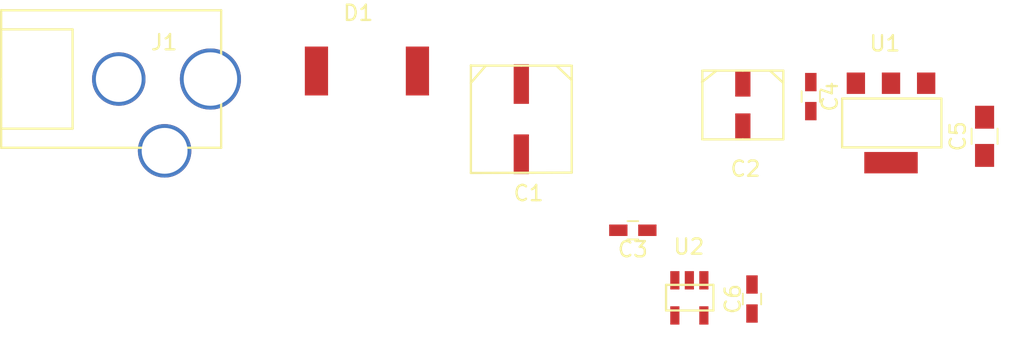
<source format=kicad_pcb>
(kicad_pcb (version 4) (host pcbnew 4.0.6)

  (general
    (links 20)
    (no_connects 20)
    (area 0 0 0 0)
    (thickness 1.6)
    (drawings 0)
    (tracks 0)
    (zones 0)
    (modules 10)
    (nets 6)
  )

  (page A4)
  (layers
    (0 F.Cu signal)
    (31 B.Cu signal)
    (32 B.Adhes user)
    (33 F.Adhes user)
    (34 B.Paste user)
    (35 F.Paste user)
    (36 B.SilkS user)
    (37 F.SilkS user)
    (38 B.Mask user)
    (39 F.Mask user)
    (40 Dwgs.User user)
    (41 Cmts.User user)
    (42 Eco1.User user)
    (43 Eco2.User user)
    (44 Edge.Cuts user)
    (45 Margin user)
    (46 B.CrtYd user)
    (47 F.CrtYd user)
    (48 B.Fab user)
    (49 F.Fab user)
  )

  (setup
    (last_trace_width 0.25)
    (trace_clearance 0.2)
    (zone_clearance 0.508)
    (zone_45_only no)
    (trace_min 0.2)
    (segment_width 0.2)
    (edge_width 0.15)
    (via_size 0.6)
    (via_drill 0.4)
    (via_min_size 0.4)
    (via_min_drill 0.3)
    (uvia_size 0.3)
    (uvia_drill 0.1)
    (uvias_allowed no)
    (uvia_min_size 0.2)
    (uvia_min_drill 0.1)
    (pcb_text_width 0.3)
    (pcb_text_size 1.5 1.5)
    (mod_edge_width 0.15)
    (mod_text_size 1 1)
    (mod_text_width 0.15)
    (pad_size 1.524 1.524)
    (pad_drill 0.762)
    (pad_to_mask_clearance 0.2)
    (aux_axis_origin 0 0)
    (visible_elements 7FFFFFFF)
    (pcbplotparams
      (layerselection 0x00030_80000001)
      (usegerberextensions false)
      (excludeedgelayer true)
      (linewidth 0.100000)
      (plotframeref false)
      (viasonmask false)
      (mode 1)
      (useauxorigin false)
      (hpglpennumber 1)
      (hpglpenspeed 20)
      (hpglpendiameter 15)
      (hpglpenoverlay 2)
      (psnegative false)
      (psa4output false)
      (plotreference true)
      (plotvalue true)
      (plotinvisibletext false)
      (padsonsilk false)
      (subtractmaskfromsilk false)
      (outputformat 1)
      (mirror false)
      (drillshape 1)
      (scaleselection 1)
      (outputdirectory ""))
  )

  (net 0 "")
  (net 1 GND)
  (net 2 +3V3)
  (net 3 /VDC_IN)
  (net 4 +5V)
  (net 5 "Net-(D1-Pad1)")

  (net_class Default "This is the default net class."
    (clearance 0.2)
    (trace_width 0.25)
    (via_dia 0.6)
    (via_drill 0.4)
    (uvia_dia 0.3)
    (uvia_drill 0.1)
    (add_net +3V3)
    (add_net +5V)
    (add_net /VDC_IN)
    (add_net GND)
    (add_net "Net-(D1-Pad1)")
  )

  (module MyLibraries:IFX1117ME_V33 (layer F.Cu) (tedit 59135E38) (tstamp 59135F69)
    (at 162.325 99.075 180)
    (path /59135F80)
    (fp_text reference U1 (at 0.4 2.6 180) (layer F.SilkS)
      (effects (font (size 1 1) (thickness 0.15)))
    )
    (fp_text value IFX1117ME_V33 (at 0.4 -8 180) (layer F.Fab)
      (effects (font (size 1 1) (thickness 0.15)))
    )
    (fp_line (start -3.3 -1) (end 3.2 -1) (layer F.SilkS) (width 0.15))
    (fp_line (start 3.2 -1) (end 3.2 -4.2) (layer F.SilkS) (width 0.15))
    (fp_line (start -3.3 -1) (end -3.3 -4.2) (layer F.SilkS) (width 0.15))
    (fp_line (start -3.3 -4.2) (end 3.2 -4.2) (layer F.SilkS) (width 0.15))
    (pad 1 smd rect (at -2.3 0 180) (size 1.2 1.4) (layers F.Cu F.Paste F.Mask)
      (net 1 GND))
    (pad 2 smd rect (at 0 0 180) (size 1.2 1.4) (layers F.Cu F.Paste F.Mask)
      (net 2 +3V3))
    (pad 3 smd rect (at 2.3 0 180) (size 1.2 1.4) (layers F.Cu F.Paste F.Mask)
      (net 3 /VDC_IN))
    (pad 4 smd rect (at 0 -5.2 180) (size 3.5 1.4) (layers F.Cu F.Paste F.Mask)
      (net 2 +3V3))
  )

  (module MyLibraries:UWT1E470MCL6GS (layer F.Cu) (tedit 59143717) (tstamp 59144F15)
    (at 138.125 99.125)
    (path /591435A8)
    (fp_text reference C1 (at 0.475 7.15) (layer F.SilkS)
      (effects (font (size 1 1) (thickness 0.15)))
    )
    (fp_text value 47u (at 0.05 -2.6) (layer F.Fab)
      (effects (font (size 1 1) (thickness 0.15)))
    )
    (fp_line (start -2.325 -1.2) (end -3.3 -0.075) (layer F.SilkS) (width 0.15))
    (fp_line (start 2.3 -1.2) (end 3.3 -0.25) (layer F.SilkS) (width 0.15))
    (fp_line (start 0 -1.2) (end -3.3 -1.2) (layer F.SilkS) (width 0.15))
    (fp_line (start 0 -1.2) (end 3.3 -1.2) (layer F.SilkS) (width 0.15))
    (fp_line (start 3.3 -1.2) (end 3.3 5.8) (layer F.SilkS) (width 0.15))
    (fp_line (start 3.3 5.8) (end -3.3 5.825) (layer F.SilkS) (width 0.15))
    (fp_line (start -3.3 5.825) (end -3.3 -1.225) (layer F.SilkS) (width 0.15))
    (pad 1 smd rect (at 0 0) (size 1 2.6) (layers F.Cu F.Paste F.Mask)
      (net 3 /VDC_IN))
    (pad 2 smd rect (at 0 4.6) (size 1 2.6) (layers F.Cu F.Paste F.Mask)
      (net 1 GND))
  )

  (module MyLibraries:UWX1E100MCL1GB (layer F.Cu) (tedit 59144B24) (tstamp 59144F23)
    (at 152.625 99.1)
    (path /59131DB6)
    (fp_text reference C2 (at 0.175 5.575) (layer F.SilkS)
      (effects (font (size 1 1) (thickness 0.15)))
    )
    (fp_text value 10u (at 0 -2.375) (layer F.Fab)
      (effects (font (size 1 1) (thickness 0.15)))
    )
    (fp_line (start -2.675 -0.1) (end -1.725 -0.85) (layer F.SilkS) (width 0.15))
    (fp_line (start 1.775 -0.85) (end 2.65 -0.05) (layer F.SilkS) (width 0.15))
    (fp_line (start 0 3.65) (end 2.65 3.65) (layer F.SilkS) (width 0.15))
    (fp_line (start 2.65 3.65) (end 2.65 -0.85) (layer F.SilkS) (width 0.15))
    (fp_line (start 0 -0.85) (end 2.65 -0.85) (layer F.SilkS) (width 0.15))
    (fp_line (start 0 3.65) (end -2.65 3.65) (layer F.SilkS) (width 0.15))
    (fp_line (start -2.65 3.65) (end -2.65 -0.85) (layer F.SilkS) (width 0.15))
    (fp_line (start 0 -0.85) (end -2.65 -0.85) (layer F.SilkS) (width 0.15))
    (pad 1 smd rect (at 0 0) (size 1 1.7) (layers F.Cu F.Paste F.Mask)
      (net 3 /VDC_IN))
    (pad 2 smd rect (at 0 2.8) (size 1 1.7) (layers F.Cu F.Paste F.Mask)
      (net 1 GND))
  )

  (module Capacitors_SMD:C_0603_HandSoldering (layer F.Cu) (tedit 58AA848B) (tstamp 59144F29)
    (at 145.425 108.7 180)
    (descr "Capacitor SMD 0603, hand soldering")
    (tags "capacitor 0603")
    (path /59132A11)
    (attr smd)
    (fp_text reference C3 (at 0 -1.25 180) (layer F.SilkS)
      (effects (font (size 1 1) (thickness 0.15)))
    )
    (fp_text value 1u (at 0 1.5 180) (layer F.Fab)
      (effects (font (size 1 1) (thickness 0.15)))
    )
    (fp_text user %R (at 0 -1.25 180) (layer F.Fab)
      (effects (font (size 1 1) (thickness 0.15)))
    )
    (fp_line (start -0.8 0.4) (end -0.8 -0.4) (layer F.Fab) (width 0.1))
    (fp_line (start 0.8 0.4) (end -0.8 0.4) (layer F.Fab) (width 0.1))
    (fp_line (start 0.8 -0.4) (end 0.8 0.4) (layer F.Fab) (width 0.1))
    (fp_line (start -0.8 -0.4) (end 0.8 -0.4) (layer F.Fab) (width 0.1))
    (fp_line (start -0.35 -0.6) (end 0.35 -0.6) (layer F.SilkS) (width 0.12))
    (fp_line (start 0.35 0.6) (end -0.35 0.6) (layer F.SilkS) (width 0.12))
    (fp_line (start -1.8 -0.65) (end 1.8 -0.65) (layer F.CrtYd) (width 0.05))
    (fp_line (start -1.8 -0.65) (end -1.8 0.65) (layer F.CrtYd) (width 0.05))
    (fp_line (start 1.8 0.65) (end 1.8 -0.65) (layer F.CrtYd) (width 0.05))
    (fp_line (start 1.8 0.65) (end -1.8 0.65) (layer F.CrtYd) (width 0.05))
    (pad 1 smd rect (at -0.95 0 180) (size 1.2 0.75) (layers F.Cu F.Paste F.Mask)
      (net 3 /VDC_IN))
    (pad 2 smd rect (at 0.95 0 180) (size 1.2 0.75) (layers F.Cu F.Paste F.Mask)
      (net 1 GND))
    (model Capacitors_SMD.3dshapes/C_0603.wrl
      (at (xyz 0 0 0))
      (scale (xyz 1 1 1))
      (rotate (xyz 0 0 0))
    )
  )

  (module Capacitors_SMD:C_0603_HandSoldering (layer F.Cu) (tedit 58AA848B) (tstamp 59144F2F)
    (at 157.075 99.95 270)
    (descr "Capacitor SMD 0603, hand soldering")
    (tags "capacitor 0603")
    (path /59130966)
    (attr smd)
    (fp_text reference C4 (at 0 -1.25 270) (layer F.SilkS)
      (effects (font (size 1 1) (thickness 0.15)))
    )
    (fp_text value 100n (at 0 1.5 270) (layer F.Fab)
      (effects (font (size 1 1) (thickness 0.15)))
    )
    (fp_text user %R (at 0 -1.25 270) (layer F.Fab)
      (effects (font (size 1 1) (thickness 0.15)))
    )
    (fp_line (start -0.8 0.4) (end -0.8 -0.4) (layer F.Fab) (width 0.1))
    (fp_line (start 0.8 0.4) (end -0.8 0.4) (layer F.Fab) (width 0.1))
    (fp_line (start 0.8 -0.4) (end 0.8 0.4) (layer F.Fab) (width 0.1))
    (fp_line (start -0.8 -0.4) (end 0.8 -0.4) (layer F.Fab) (width 0.1))
    (fp_line (start -0.35 -0.6) (end 0.35 -0.6) (layer F.SilkS) (width 0.12))
    (fp_line (start 0.35 0.6) (end -0.35 0.6) (layer F.SilkS) (width 0.12))
    (fp_line (start -1.8 -0.65) (end 1.8 -0.65) (layer F.CrtYd) (width 0.05))
    (fp_line (start -1.8 -0.65) (end -1.8 0.65) (layer F.CrtYd) (width 0.05))
    (fp_line (start 1.8 0.65) (end 1.8 -0.65) (layer F.CrtYd) (width 0.05))
    (fp_line (start 1.8 0.65) (end -1.8 0.65) (layer F.CrtYd) (width 0.05))
    (pad 1 smd rect (at -0.95 0 270) (size 1.2 0.75) (layers F.Cu F.Paste F.Mask)
      (net 3 /VDC_IN))
    (pad 2 smd rect (at 0.95 0 270) (size 1.2 0.75) (layers F.Cu F.Paste F.Mask)
      (net 1 GND))
    (model Capacitors_SMD.3dshapes/C_0603.wrl
      (at (xyz 0 0 0))
      (scale (xyz 1 1 1))
      (rotate (xyz 0 0 0))
    )
  )

  (module Capacitors_SMD:C_0805_HandSoldering (layer F.Cu) (tedit 58AA84A8) (tstamp 59144F35)
    (at 168.45 102.55 90)
    (descr "Capacitor SMD 0805, hand soldering")
    (tags "capacitor 0805")
    (path /591333B2)
    (attr smd)
    (fp_text reference C5 (at 0 -1.75 90) (layer F.SilkS)
      (effects (font (size 1 1) (thickness 0.15)))
    )
    (fp_text value 22u (at 0 1.75 90) (layer F.Fab)
      (effects (font (size 1 1) (thickness 0.15)))
    )
    (fp_text user %R (at 0 -1.75 90) (layer F.Fab)
      (effects (font (size 1 1) (thickness 0.15)))
    )
    (fp_line (start -1 0.62) (end -1 -0.62) (layer F.Fab) (width 0.1))
    (fp_line (start 1 0.62) (end -1 0.62) (layer F.Fab) (width 0.1))
    (fp_line (start 1 -0.62) (end 1 0.62) (layer F.Fab) (width 0.1))
    (fp_line (start -1 -0.62) (end 1 -0.62) (layer F.Fab) (width 0.1))
    (fp_line (start 0.5 -0.85) (end -0.5 -0.85) (layer F.SilkS) (width 0.12))
    (fp_line (start -0.5 0.85) (end 0.5 0.85) (layer F.SilkS) (width 0.12))
    (fp_line (start -2.25 -0.88) (end 2.25 -0.88) (layer F.CrtYd) (width 0.05))
    (fp_line (start -2.25 -0.88) (end -2.25 0.87) (layer F.CrtYd) (width 0.05))
    (fp_line (start 2.25 0.87) (end 2.25 -0.88) (layer F.CrtYd) (width 0.05))
    (fp_line (start 2.25 0.87) (end -2.25 0.87) (layer F.CrtYd) (width 0.05))
    (pad 1 smd rect (at -1.25 0 90) (size 1.5 1.25) (layers F.Cu F.Paste F.Mask)
      (net 2 +3V3))
    (pad 2 smd rect (at 1.25 0 90) (size 1.5 1.25) (layers F.Cu F.Paste F.Mask)
      (net 1 GND))
    (model Capacitors_SMD.3dshapes/C_0805.wrl
      (at (xyz 0 0 0))
      (scale (xyz 1 1 1))
      (rotate (xyz 0 0 0))
    )
  )

  (module Capacitors_SMD:C_0603_HandSoldering (layer F.Cu) (tedit 58AA848B) (tstamp 59144F3B)
    (at 153.225 113.2 90)
    (descr "Capacitor SMD 0603, hand soldering")
    (tags "capacitor 0603")
    (path /591328BE)
    (attr smd)
    (fp_text reference C6 (at 0 -1.25 90) (layer F.SilkS)
      (effects (font (size 1 1) (thickness 0.15)))
    )
    (fp_text value 2.2u (at 0 1.5 90) (layer F.Fab)
      (effects (font (size 1 1) (thickness 0.15)))
    )
    (fp_text user %R (at 0 -1.25 90) (layer F.Fab)
      (effects (font (size 1 1) (thickness 0.15)))
    )
    (fp_line (start -0.8 0.4) (end -0.8 -0.4) (layer F.Fab) (width 0.1))
    (fp_line (start 0.8 0.4) (end -0.8 0.4) (layer F.Fab) (width 0.1))
    (fp_line (start 0.8 -0.4) (end 0.8 0.4) (layer F.Fab) (width 0.1))
    (fp_line (start -0.8 -0.4) (end 0.8 -0.4) (layer F.Fab) (width 0.1))
    (fp_line (start -0.35 -0.6) (end 0.35 -0.6) (layer F.SilkS) (width 0.12))
    (fp_line (start 0.35 0.6) (end -0.35 0.6) (layer F.SilkS) (width 0.12))
    (fp_line (start -1.8 -0.65) (end 1.8 -0.65) (layer F.CrtYd) (width 0.05))
    (fp_line (start -1.8 -0.65) (end -1.8 0.65) (layer F.CrtYd) (width 0.05))
    (fp_line (start 1.8 0.65) (end 1.8 -0.65) (layer F.CrtYd) (width 0.05))
    (fp_line (start 1.8 0.65) (end -1.8 0.65) (layer F.CrtYd) (width 0.05))
    (pad 1 smd rect (at -0.95 0 90) (size 1.2 0.75) (layers F.Cu F.Paste F.Mask)
      (net 4 +5V))
    (pad 2 smd rect (at 0.95 0 90) (size 1.2 0.75) (layers F.Cu F.Paste F.Mask)
      (net 1 GND))
    (model Capacitors_SMD.3dshapes/C_0603.wrl
      (at (xyz 0 0 0))
      (scale (xyz 1 1 1))
      (rotate (xyz 0 0 0))
    )
  )

  (module MyLibraries:CS3M (layer F.Cu) (tedit 591417E1) (tstamp 59144F41)
    (at 131.325 98.275 180)
    (path /591418FD)
    (fp_text reference D1 (at 3.875 3.8 180) (layer F.SilkS)
      (effects (font (size 1 1) (thickness 0.15)))
    )
    (fp_text value CS3M (at 3.75 -3.625 180) (layer F.Fab)
      (effects (font (size 1 1) (thickness 0.15)))
    )
    (pad 2 smd rect (at 0 0 180) (size 1.52 3.2) (layers F.Cu F.Paste F.Mask)
      (net 3 /VDC_IN))
    (pad 1 smd rect (at 6.61 0 180) (size 1.52 3.2) (layers F.Cu F.Paste F.Mask)
      (net 5 "Net-(D1-Pad1)"))
  )

  (module MyLibraries:PJ-002B (layer F.Cu) (tedit 5914163D) (tstamp 59144F50)
    (at 114.775 98.8 180)
    (path /5912CACA)
    (fp_text reference J1 (at 0.025 2.4 180) (layer F.SilkS)
      (effects (font (size 1 1) (thickness 0.15)))
    )
    (fp_text value BARREL_JACK (at 0 -2.8 180) (layer F.Fab)
      (effects (font (size 1 1) (thickness 0.15)))
    )
    (fp_line (start 10.675 -3.25) (end 6.025 -3.25) (layer F.SilkS) (width 0.15))
    (fp_line (start 6.025 -3.25) (end 6.025 3.25) (layer F.SilkS) (width 0.15))
    (fp_line (start 6.025 3.25) (end 10.7 3.25) (layer F.SilkS) (width 0.15))
    (fp_line (start 10.7 0) (end 10.7 -4.5) (layer F.SilkS) (width 0.15))
    (fp_line (start 10.7 -4.5) (end -3.7 -4.5) (layer F.SilkS) (width 0.15))
    (fp_line (start -3.7 -4.5) (end -3.7 4.5) (layer F.SilkS) (width 0.15))
    (fp_line (start -3.7 4.5) (end 10.7 4.5) (layer F.SilkS) (width 0.15))
    (fp_line (start 10.7 4.5) (end 10.7 0) (layer F.SilkS) (width 0.15))
    (pad 1 thru_hole circle (at -3 0 180) (size 4 4) (drill 3.5) (layers *.Cu *.Mask)
      (net 5 "Net-(D1-Pad1)"))
    (pad 2 thru_hole circle (at 3 0 180) (size 3.5 3.5) (drill 3) (layers *.Cu *.Mask)
      (net 1 GND))
    (pad 3 thru_hole circle (at 0 -4.7 180) (size 3.5 3.5) (drill 3) (layers *.Cu *.Mask)
      (net 1 GND))
  )

  (module MyLibraries:LD2980ABM50TR (layer F.Cu) (tedit 591410C9) (tstamp 59144F5D)
    (at 149.125 111.975 180)
    (path /59135FEA)
    (fp_text reference U2 (at 0.025 2.2 180) (layer F.SilkS)
      (effects (font (size 1 1) (thickness 0.15)))
    )
    (fp_text value LD2980ABM50TR (at 0.05 -3.925 180) (layer F.Fab)
      (effects (font (size 1 1) (thickness 0.15)))
    )
    (fp_line (start -1.575 -0.3) (end -1.575 -1.975) (layer F.SilkS) (width 0.15))
    (fp_line (start -1.575 -1.975) (end 1.525 -1.975) (layer F.SilkS) (width 0.15))
    (fp_line (start 1.525 -1.975) (end 1.525 -0.3) (layer F.SilkS) (width 0.15))
    (fp_line (start 1.525 -0.3) (end -1.575 -0.3) (layer F.SilkS) (width 0.15))
    (pad 2 smd rect (at 0 0 180) (size 0.6 1.2) (layers F.Cu F.Paste F.Mask)
      (net 1 GND))
    (pad 1 smd rect (at -0.95 0 180) (size 0.6 1.2) (layers F.Cu F.Paste F.Mask)
      (net 3 /VDC_IN))
    (pad 3 smd rect (at 0.95 0 180) (size 0.6 1.2) (layers F.Cu F.Paste F.Mask)
      (net 3 /VDC_IN))
    (pad 5 smd rect (at -0.95 -2.3 180) (size 0.6 1.2) (layers F.Cu F.Paste F.Mask)
      (net 4 +5V))
    (pad 4 smd rect (at 0.95 -2.3 180) (size 0.6 1.2) (layers F.Cu F.Paste F.Mask))
  )

)

</source>
